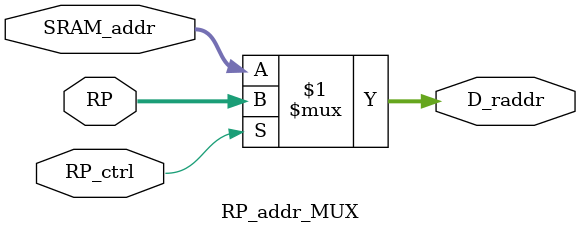
<source format=v>
`timescale 1ns / 1ps

module RP_addr_MUX
(
    input RP_ctrl,
    
    input [7:0] SRAM_addr,
    input [7:0] RP,

    output [7:0] D_raddr
);

    assign D_raddr = RP_ctrl ? RP : SRAM_addr;

endmodule
</source>
